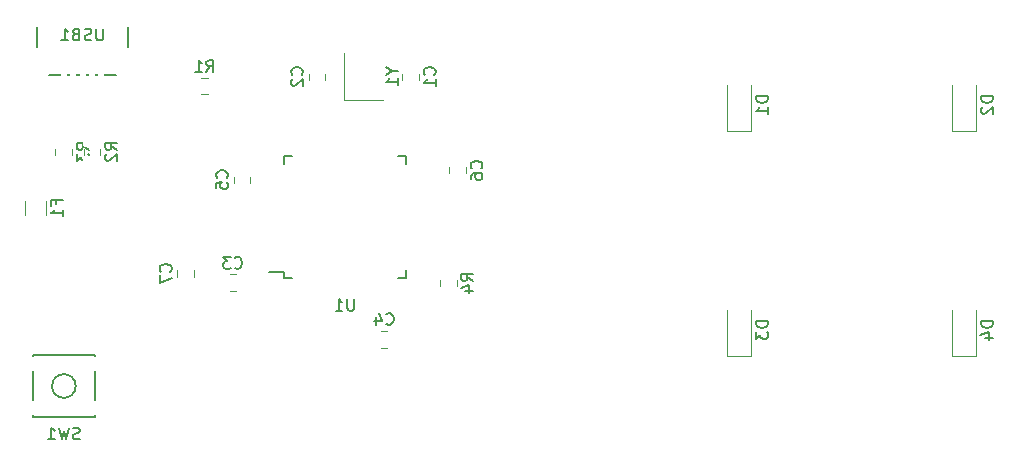
<source format=gbo>
G04 #@! TF.GenerationSoftware,KiCad,Pcbnew,(5.1.4)-1*
G04 #@! TF.CreationDate,2023-09-10T14:26:21-07:00*
G04 #@! TF.ProjectId,KeyboardPCBProj,4b657962-6f61-4726-9450-434250726f6a,rev?*
G04 #@! TF.SameCoordinates,Original*
G04 #@! TF.FileFunction,Legend,Bot*
G04 #@! TF.FilePolarity,Positive*
%FSLAX46Y46*%
G04 Gerber Fmt 4.6, Leading zero omitted, Abs format (unit mm)*
G04 Created by KiCad (PCBNEW (5.1.4)-1) date 2023-09-10 14:26:21*
%MOMM*%
%LPD*%
G04 APERTURE LIST*
%ADD10C,0.120000*%
%ADD11C,0.150000*%
%ADD12R,1.302000X1.502000*%
%ADD13R,0.602000X2.352000*%
%ADD14O,1.802000X2.802000*%
%ADD15R,0.652000X1.602000*%
%ADD16R,1.602000X0.652000*%
%ADD17R,1.902000X1.202000*%
%ADD18C,0.100000*%
%ADD19C,1.077000*%
%ADD20C,1.852000*%
%ADD21C,2.352000*%
%ADD22C,4.089800*%
%ADD23C,2.352000*%
%ADD24C,1.352000*%
%ADD25R,1.302000X1.002000*%
G04 APERTURE END LIST*
D10*
X111062500Y-29781250D02*
X111062500Y-25781250D01*
X114362500Y-29781250D02*
X111062500Y-29781250D01*
D11*
X85050000Y-27675000D02*
X92750000Y-27675000D01*
X92750000Y-22225000D02*
X92750000Y-27675000D01*
X85050000Y-22225000D02*
X85050000Y-27675000D01*
X105950000Y-44287500D02*
X104675000Y-44287500D01*
X116300000Y-44862500D02*
X115625000Y-44862500D01*
X116300000Y-34512500D02*
X115625000Y-34512500D01*
X105950000Y-34512500D02*
X106625000Y-34512500D01*
X105950000Y-44862500D02*
X106625000Y-44862500D01*
X105950000Y-34512500D02*
X105950000Y-35187500D01*
X116300000Y-34512500D02*
X116300000Y-35187500D01*
X116300000Y-44862500D02*
X116300000Y-44187500D01*
X105950000Y-44862500D02*
X105950000Y-44287500D01*
X89912500Y-51375000D02*
X84712500Y-51375000D01*
X84712500Y-51375000D02*
X84712500Y-56575000D01*
X84712500Y-56575000D02*
X89912500Y-56575000D01*
X89912500Y-56575000D02*
X89912500Y-51375000D01*
X88312500Y-53975000D02*
G75*
G03X88312500Y-53975000I-1000000J0D01*
G01*
D10*
X119146250Y-45502328D02*
X119146250Y-44985172D01*
X120566250Y-45502328D02*
X120566250Y-44985172D01*
X86602500Y-34389828D02*
X86602500Y-33872672D01*
X88022500Y-34389828D02*
X88022500Y-33872672D01*
X88983750Y-34389828D02*
X88983750Y-33872672D01*
X90403750Y-34389828D02*
X90403750Y-33872672D01*
X99477328Y-29285000D02*
X98960172Y-29285000D01*
X99477328Y-27865000D02*
X98960172Y-27865000D01*
X84021250Y-39495814D02*
X84021250Y-38291686D01*
X85841250Y-39495814D02*
X85841250Y-38291686D01*
X164512500Y-51462500D02*
X164512500Y-47562500D01*
X162512500Y-51462500D02*
X162512500Y-47562500D01*
X164512500Y-51462500D02*
X162512500Y-51462500D01*
X145462500Y-51462500D02*
X145462500Y-47562500D01*
X143462500Y-51462500D02*
X143462500Y-47562500D01*
X145462500Y-51462500D02*
X143462500Y-51462500D01*
X164512500Y-32412500D02*
X164512500Y-28512500D01*
X162512500Y-32412500D02*
X162512500Y-28512500D01*
X164512500Y-32412500D02*
X162512500Y-32412500D01*
X145462500Y-32412500D02*
X145462500Y-28512500D01*
X143462500Y-32412500D02*
X143462500Y-28512500D01*
X145462500Y-32412500D02*
X143462500Y-32412500D01*
X98341250Y-44191422D02*
X98341250Y-44708578D01*
X96921250Y-44191422D02*
X96921250Y-44708578D01*
X119940000Y-35977328D02*
X119940000Y-35460172D01*
X121360000Y-35977328D02*
X121360000Y-35460172D01*
X103103750Y-36253922D02*
X103103750Y-36771078D01*
X101683750Y-36253922D02*
X101683750Y-36771078D01*
X114702328Y-50716250D02*
X114185172Y-50716250D01*
X114702328Y-49296250D02*
X114185172Y-49296250D01*
X101858578Y-45953750D02*
X101341422Y-45953750D01*
X101858578Y-44533750D02*
X101341422Y-44533750D01*
X109453750Y-27522672D02*
X109453750Y-28039828D01*
X108033750Y-27522672D02*
X108033750Y-28039828D01*
X115971250Y-28039828D02*
X115971250Y-27522672D01*
X117391250Y-28039828D02*
X117391250Y-27522672D01*
D11*
X115138690Y-27305059D02*
X115614880Y-27305059D01*
X114614880Y-26971726D02*
X115138690Y-27305059D01*
X114614880Y-27638392D01*
X115614880Y-28495535D02*
X115614880Y-27924107D01*
X115614880Y-28209821D02*
X114614880Y-28209821D01*
X114757738Y-28114583D01*
X114852976Y-28019345D01*
X114900595Y-27924107D01*
X90638095Y-23709380D02*
X90638095Y-24518904D01*
X90590476Y-24614142D01*
X90542857Y-24661761D01*
X90447619Y-24709380D01*
X90257142Y-24709380D01*
X90161904Y-24661761D01*
X90114285Y-24614142D01*
X90066666Y-24518904D01*
X90066666Y-23709380D01*
X89638095Y-24661761D02*
X89495238Y-24709380D01*
X89257142Y-24709380D01*
X89161904Y-24661761D01*
X89114285Y-24614142D01*
X89066666Y-24518904D01*
X89066666Y-24423666D01*
X89114285Y-24328428D01*
X89161904Y-24280809D01*
X89257142Y-24233190D01*
X89447619Y-24185571D01*
X89542857Y-24137952D01*
X89590476Y-24090333D01*
X89638095Y-23995095D01*
X89638095Y-23899857D01*
X89590476Y-23804619D01*
X89542857Y-23757000D01*
X89447619Y-23709380D01*
X89209523Y-23709380D01*
X89066666Y-23757000D01*
X88304761Y-24185571D02*
X88161904Y-24233190D01*
X88114285Y-24280809D01*
X88066666Y-24376047D01*
X88066666Y-24518904D01*
X88114285Y-24614142D01*
X88161904Y-24661761D01*
X88257142Y-24709380D01*
X88638095Y-24709380D01*
X88638095Y-23709380D01*
X88304761Y-23709380D01*
X88209523Y-23757000D01*
X88161904Y-23804619D01*
X88114285Y-23899857D01*
X88114285Y-23995095D01*
X88161904Y-24090333D01*
X88209523Y-24137952D01*
X88304761Y-24185571D01*
X88638095Y-24185571D01*
X87114285Y-24709380D02*
X87685714Y-24709380D01*
X87400000Y-24709380D02*
X87400000Y-23709380D01*
X87495238Y-23852238D01*
X87590476Y-23947476D01*
X87685714Y-23995095D01*
X111886904Y-46589880D02*
X111886904Y-47399404D01*
X111839285Y-47494642D01*
X111791666Y-47542261D01*
X111696428Y-47589880D01*
X111505952Y-47589880D01*
X111410714Y-47542261D01*
X111363095Y-47494642D01*
X111315476Y-47399404D01*
X111315476Y-46589880D01*
X110315476Y-47589880D02*
X110886904Y-47589880D01*
X110601190Y-47589880D02*
X110601190Y-46589880D01*
X110696428Y-46732738D01*
X110791666Y-46827976D01*
X110886904Y-46875595D01*
X88645833Y-58443761D02*
X88502976Y-58491380D01*
X88264880Y-58491380D01*
X88169642Y-58443761D01*
X88122023Y-58396142D01*
X88074404Y-58300904D01*
X88074404Y-58205666D01*
X88122023Y-58110428D01*
X88169642Y-58062809D01*
X88264880Y-58015190D01*
X88455357Y-57967571D01*
X88550595Y-57919952D01*
X88598214Y-57872333D01*
X88645833Y-57777095D01*
X88645833Y-57681857D01*
X88598214Y-57586619D01*
X88550595Y-57539000D01*
X88455357Y-57491380D01*
X88217261Y-57491380D01*
X88074404Y-57539000D01*
X87741071Y-57491380D02*
X87502976Y-58491380D01*
X87312500Y-57777095D01*
X87122023Y-58491380D01*
X86883928Y-57491380D01*
X85979166Y-58491380D02*
X86550595Y-58491380D01*
X86264880Y-58491380D02*
X86264880Y-57491380D01*
X86360119Y-57634238D01*
X86455357Y-57729476D01*
X86550595Y-57777095D01*
X121958630Y-45077083D02*
X121482440Y-44743750D01*
X121958630Y-44505654D02*
X120958630Y-44505654D01*
X120958630Y-44886607D01*
X121006250Y-44981845D01*
X121053869Y-45029464D01*
X121149107Y-45077083D01*
X121291964Y-45077083D01*
X121387202Y-45029464D01*
X121434821Y-44981845D01*
X121482440Y-44886607D01*
X121482440Y-44505654D01*
X121291964Y-45934226D02*
X121958630Y-45934226D01*
X120911011Y-45696130D02*
X121625297Y-45458035D01*
X121625297Y-46077083D01*
X89414880Y-33964583D02*
X88938690Y-33631250D01*
X89414880Y-33393154D02*
X88414880Y-33393154D01*
X88414880Y-33774107D01*
X88462500Y-33869345D01*
X88510119Y-33916964D01*
X88605357Y-33964583D01*
X88748214Y-33964583D01*
X88843452Y-33916964D01*
X88891071Y-33869345D01*
X88938690Y-33774107D01*
X88938690Y-33393154D01*
X88414880Y-34297916D02*
X88414880Y-34916964D01*
X88795833Y-34583630D01*
X88795833Y-34726488D01*
X88843452Y-34821726D01*
X88891071Y-34869345D01*
X88986309Y-34916964D01*
X89224404Y-34916964D01*
X89319642Y-34869345D01*
X89367261Y-34821726D01*
X89414880Y-34726488D01*
X89414880Y-34440773D01*
X89367261Y-34345535D01*
X89319642Y-34297916D01*
X91796130Y-33964583D02*
X91319940Y-33631250D01*
X91796130Y-33393154D02*
X90796130Y-33393154D01*
X90796130Y-33774107D01*
X90843750Y-33869345D01*
X90891369Y-33916964D01*
X90986607Y-33964583D01*
X91129464Y-33964583D01*
X91224702Y-33916964D01*
X91272321Y-33869345D01*
X91319940Y-33774107D01*
X91319940Y-33393154D01*
X90891369Y-34345535D02*
X90843750Y-34393154D01*
X90796130Y-34488392D01*
X90796130Y-34726488D01*
X90843750Y-34821726D01*
X90891369Y-34869345D01*
X90986607Y-34916964D01*
X91081845Y-34916964D01*
X91224702Y-34869345D01*
X91796130Y-34297916D01*
X91796130Y-34916964D01*
X99385416Y-27377380D02*
X99718750Y-26901190D01*
X99956845Y-27377380D02*
X99956845Y-26377380D01*
X99575892Y-26377380D01*
X99480654Y-26425000D01*
X99433035Y-26472619D01*
X99385416Y-26567857D01*
X99385416Y-26710714D01*
X99433035Y-26805952D01*
X99480654Y-26853571D01*
X99575892Y-26901190D01*
X99956845Y-26901190D01*
X98433035Y-27377380D02*
X99004464Y-27377380D01*
X98718750Y-27377380D02*
X98718750Y-26377380D01*
X98813988Y-26520238D01*
X98909226Y-26615476D01*
X99004464Y-26663095D01*
X86679821Y-38560416D02*
X86679821Y-38227083D01*
X87203630Y-38227083D02*
X86203630Y-38227083D01*
X86203630Y-38703273D01*
X87203630Y-39608035D02*
X87203630Y-39036607D01*
X87203630Y-39322321D02*
X86203630Y-39322321D01*
X86346488Y-39227083D01*
X86441726Y-39131845D01*
X86489345Y-39036607D01*
X165964880Y-48474404D02*
X164964880Y-48474404D01*
X164964880Y-48712500D01*
X165012500Y-48855357D01*
X165107738Y-48950595D01*
X165202976Y-48998214D01*
X165393452Y-49045833D01*
X165536309Y-49045833D01*
X165726785Y-48998214D01*
X165822023Y-48950595D01*
X165917261Y-48855357D01*
X165964880Y-48712500D01*
X165964880Y-48474404D01*
X165298214Y-49902976D02*
X165964880Y-49902976D01*
X164917261Y-49664880D02*
X165631547Y-49426785D01*
X165631547Y-50045833D01*
X146914880Y-48474404D02*
X145914880Y-48474404D01*
X145914880Y-48712500D01*
X145962500Y-48855357D01*
X146057738Y-48950595D01*
X146152976Y-48998214D01*
X146343452Y-49045833D01*
X146486309Y-49045833D01*
X146676785Y-48998214D01*
X146772023Y-48950595D01*
X146867261Y-48855357D01*
X146914880Y-48712500D01*
X146914880Y-48474404D01*
X145914880Y-49379166D02*
X145914880Y-49998214D01*
X146295833Y-49664880D01*
X146295833Y-49807738D01*
X146343452Y-49902976D01*
X146391071Y-49950595D01*
X146486309Y-49998214D01*
X146724404Y-49998214D01*
X146819642Y-49950595D01*
X146867261Y-49902976D01*
X146914880Y-49807738D01*
X146914880Y-49522023D01*
X146867261Y-49426785D01*
X146819642Y-49379166D01*
X165964880Y-29424404D02*
X164964880Y-29424404D01*
X164964880Y-29662500D01*
X165012500Y-29805357D01*
X165107738Y-29900595D01*
X165202976Y-29948214D01*
X165393452Y-29995833D01*
X165536309Y-29995833D01*
X165726785Y-29948214D01*
X165822023Y-29900595D01*
X165917261Y-29805357D01*
X165964880Y-29662500D01*
X165964880Y-29424404D01*
X165060119Y-30376785D02*
X165012500Y-30424404D01*
X164964880Y-30519642D01*
X164964880Y-30757738D01*
X165012500Y-30852976D01*
X165060119Y-30900595D01*
X165155357Y-30948214D01*
X165250595Y-30948214D01*
X165393452Y-30900595D01*
X165964880Y-30329166D01*
X165964880Y-30948214D01*
X146914880Y-29424404D02*
X145914880Y-29424404D01*
X145914880Y-29662500D01*
X145962500Y-29805357D01*
X146057738Y-29900595D01*
X146152976Y-29948214D01*
X146343452Y-29995833D01*
X146486309Y-29995833D01*
X146676785Y-29948214D01*
X146772023Y-29900595D01*
X146867261Y-29805357D01*
X146914880Y-29662500D01*
X146914880Y-29424404D01*
X146914880Y-30948214D02*
X146914880Y-30376785D01*
X146914880Y-30662500D02*
X145914880Y-30662500D01*
X146057738Y-30567261D01*
X146152976Y-30472023D01*
X146200595Y-30376785D01*
X96338392Y-44283333D02*
X96386011Y-44235714D01*
X96433630Y-44092857D01*
X96433630Y-43997619D01*
X96386011Y-43854761D01*
X96290773Y-43759523D01*
X96195535Y-43711904D01*
X96005059Y-43664285D01*
X95862202Y-43664285D01*
X95671726Y-43711904D01*
X95576488Y-43759523D01*
X95481250Y-43854761D01*
X95433630Y-43997619D01*
X95433630Y-44092857D01*
X95481250Y-44235714D01*
X95528869Y-44283333D01*
X95433630Y-44616666D02*
X95433630Y-45283333D01*
X96433630Y-44854761D01*
X122657142Y-35552083D02*
X122704761Y-35504464D01*
X122752380Y-35361607D01*
X122752380Y-35266369D01*
X122704761Y-35123511D01*
X122609523Y-35028273D01*
X122514285Y-34980654D01*
X122323809Y-34933035D01*
X122180952Y-34933035D01*
X121990476Y-34980654D01*
X121895238Y-35028273D01*
X121800000Y-35123511D01*
X121752380Y-35266369D01*
X121752380Y-35361607D01*
X121800000Y-35504464D01*
X121847619Y-35552083D01*
X121752380Y-36409226D02*
X121752380Y-36218750D01*
X121800000Y-36123511D01*
X121847619Y-36075892D01*
X121990476Y-35980654D01*
X122180952Y-35933035D01*
X122561904Y-35933035D01*
X122657142Y-35980654D01*
X122704761Y-36028273D01*
X122752380Y-36123511D01*
X122752380Y-36313988D01*
X122704761Y-36409226D01*
X122657142Y-36456845D01*
X122561904Y-36504464D01*
X122323809Y-36504464D01*
X122228571Y-36456845D01*
X122180952Y-36409226D01*
X122133333Y-36313988D01*
X122133333Y-36123511D01*
X122180952Y-36028273D01*
X122228571Y-35980654D01*
X122323809Y-35933035D01*
X101100892Y-36345833D02*
X101148511Y-36298214D01*
X101196130Y-36155357D01*
X101196130Y-36060119D01*
X101148511Y-35917261D01*
X101053273Y-35822023D01*
X100958035Y-35774404D01*
X100767559Y-35726785D01*
X100624702Y-35726785D01*
X100434226Y-35774404D01*
X100338988Y-35822023D01*
X100243750Y-35917261D01*
X100196130Y-36060119D01*
X100196130Y-36155357D01*
X100243750Y-36298214D01*
X100291369Y-36345833D01*
X100196130Y-37250595D02*
X100196130Y-36774404D01*
X100672321Y-36726785D01*
X100624702Y-36774404D01*
X100577083Y-36869642D01*
X100577083Y-37107738D01*
X100624702Y-37202976D01*
X100672321Y-37250595D01*
X100767559Y-37298214D01*
X101005654Y-37298214D01*
X101100892Y-37250595D01*
X101148511Y-37202976D01*
X101196130Y-37107738D01*
X101196130Y-36869642D01*
X101148511Y-36774404D01*
X101100892Y-36726785D01*
X114610416Y-48713392D02*
X114658035Y-48761011D01*
X114800892Y-48808630D01*
X114896130Y-48808630D01*
X115038988Y-48761011D01*
X115134226Y-48665773D01*
X115181845Y-48570535D01*
X115229464Y-48380059D01*
X115229464Y-48237202D01*
X115181845Y-48046726D01*
X115134226Y-47951488D01*
X115038988Y-47856250D01*
X114896130Y-47808630D01*
X114800892Y-47808630D01*
X114658035Y-47856250D01*
X114610416Y-47903869D01*
X113753273Y-48141964D02*
X113753273Y-48808630D01*
X113991369Y-47761011D02*
X114229464Y-48475297D01*
X113610416Y-48475297D01*
X101766666Y-43950892D02*
X101814285Y-43998511D01*
X101957142Y-44046130D01*
X102052380Y-44046130D01*
X102195238Y-43998511D01*
X102290476Y-43903273D01*
X102338095Y-43808035D01*
X102385714Y-43617559D01*
X102385714Y-43474702D01*
X102338095Y-43284226D01*
X102290476Y-43188988D01*
X102195238Y-43093750D01*
X102052380Y-43046130D01*
X101957142Y-43046130D01*
X101814285Y-43093750D01*
X101766666Y-43141369D01*
X101433333Y-43046130D02*
X100814285Y-43046130D01*
X101147619Y-43427083D01*
X101004761Y-43427083D01*
X100909523Y-43474702D01*
X100861904Y-43522321D01*
X100814285Y-43617559D01*
X100814285Y-43855654D01*
X100861904Y-43950892D01*
X100909523Y-43998511D01*
X101004761Y-44046130D01*
X101290476Y-44046130D01*
X101385714Y-43998511D01*
X101433333Y-43950892D01*
X107450892Y-27614583D02*
X107498511Y-27566964D01*
X107546130Y-27424107D01*
X107546130Y-27328869D01*
X107498511Y-27186011D01*
X107403273Y-27090773D01*
X107308035Y-27043154D01*
X107117559Y-26995535D01*
X106974702Y-26995535D01*
X106784226Y-27043154D01*
X106688988Y-27090773D01*
X106593750Y-27186011D01*
X106546130Y-27328869D01*
X106546130Y-27424107D01*
X106593750Y-27566964D01*
X106641369Y-27614583D01*
X106641369Y-27995535D02*
X106593750Y-28043154D01*
X106546130Y-28138392D01*
X106546130Y-28376488D01*
X106593750Y-28471726D01*
X106641369Y-28519345D01*
X106736607Y-28566964D01*
X106831845Y-28566964D01*
X106974702Y-28519345D01*
X107546130Y-27947916D01*
X107546130Y-28566964D01*
X118688392Y-27614583D02*
X118736011Y-27566964D01*
X118783630Y-27424107D01*
X118783630Y-27328869D01*
X118736011Y-27186011D01*
X118640773Y-27090773D01*
X118545535Y-27043154D01*
X118355059Y-26995535D01*
X118212202Y-26995535D01*
X118021726Y-27043154D01*
X117926488Y-27090773D01*
X117831250Y-27186011D01*
X117783630Y-27328869D01*
X117783630Y-27424107D01*
X117831250Y-27566964D01*
X117878869Y-27614583D01*
X118783630Y-28566964D02*
X118783630Y-27995535D01*
X118783630Y-28281250D02*
X117783630Y-28281250D01*
X117926488Y-28186011D01*
X118021726Y-28090773D01*
X118069345Y-27995535D01*
%LPC*%
D12*
X113562500Y-28881250D03*
X113562500Y-26681250D03*
X111862500Y-26681250D03*
X111862500Y-28881250D03*
D13*
X90500000Y-26725000D03*
X89700000Y-26725000D03*
X88900000Y-26725000D03*
X88100000Y-26725000D03*
X87300000Y-26725000D03*
D14*
X85250000Y-26725000D03*
X92550000Y-26725000D03*
X92550000Y-22225000D03*
X85250000Y-22225000D03*
D15*
X107125000Y-45387500D03*
X107925000Y-45387500D03*
X108725000Y-45387500D03*
X109525000Y-45387500D03*
X110325000Y-45387500D03*
X111125000Y-45387500D03*
X111925000Y-45387500D03*
X112725000Y-45387500D03*
X113525000Y-45387500D03*
X114325000Y-45387500D03*
X115125000Y-45387500D03*
D16*
X116825000Y-43687500D03*
X116825000Y-42887500D03*
X116825000Y-42087500D03*
X116825000Y-41287500D03*
X116825000Y-40487500D03*
X116825000Y-39687500D03*
X116825000Y-38887500D03*
X116825000Y-38087500D03*
X116825000Y-37287500D03*
X116825000Y-36487500D03*
X116825000Y-35687500D03*
D15*
X115125000Y-33987500D03*
X114325000Y-33987500D03*
X113525000Y-33987500D03*
X112725000Y-33987500D03*
X111925000Y-33987500D03*
X111125000Y-33987500D03*
X110325000Y-33987500D03*
X109525000Y-33987500D03*
X108725000Y-33987500D03*
X107925000Y-33987500D03*
X107125000Y-33987500D03*
D16*
X105425000Y-35687500D03*
X105425000Y-36487500D03*
X105425000Y-37287500D03*
X105425000Y-38087500D03*
X105425000Y-38887500D03*
X105425000Y-39687500D03*
X105425000Y-40487500D03*
X105425000Y-41287500D03*
X105425000Y-42087500D03*
X105425000Y-42887500D03*
X105425000Y-43687500D03*
D17*
X90412500Y-55825000D03*
X84212500Y-52125000D03*
X90412500Y-52125000D03*
X84212500Y-55825000D03*
D18*
G36*
X120364391Y-43769047D02*
G01*
X120390528Y-43772924D01*
X120416159Y-43779344D01*
X120441038Y-43788245D01*
X120464924Y-43799543D01*
X120487587Y-43813127D01*
X120508810Y-43828867D01*
X120528389Y-43846611D01*
X120546133Y-43866190D01*
X120561873Y-43887413D01*
X120575457Y-43910076D01*
X120586755Y-43933962D01*
X120595656Y-43958841D01*
X120602076Y-43984472D01*
X120605953Y-44010609D01*
X120607250Y-44037000D01*
X120607250Y-44575500D01*
X120605953Y-44601891D01*
X120602076Y-44628028D01*
X120595656Y-44653659D01*
X120586755Y-44678538D01*
X120575457Y-44702424D01*
X120561873Y-44725087D01*
X120546133Y-44746310D01*
X120528389Y-44765889D01*
X120508810Y-44783633D01*
X120487587Y-44799373D01*
X120464924Y-44812957D01*
X120441038Y-44824255D01*
X120416159Y-44833156D01*
X120390528Y-44839576D01*
X120364391Y-44843453D01*
X120338000Y-44844750D01*
X119374500Y-44844750D01*
X119348109Y-44843453D01*
X119321972Y-44839576D01*
X119296341Y-44833156D01*
X119271462Y-44824255D01*
X119247576Y-44812957D01*
X119224913Y-44799373D01*
X119203690Y-44783633D01*
X119184111Y-44765889D01*
X119166367Y-44746310D01*
X119150627Y-44725087D01*
X119137043Y-44702424D01*
X119125745Y-44678538D01*
X119116844Y-44653659D01*
X119110424Y-44628028D01*
X119106547Y-44601891D01*
X119105250Y-44575500D01*
X119105250Y-44037000D01*
X119106547Y-44010609D01*
X119110424Y-43984472D01*
X119116844Y-43958841D01*
X119125745Y-43933962D01*
X119137043Y-43910076D01*
X119150627Y-43887413D01*
X119166367Y-43866190D01*
X119184111Y-43846611D01*
X119203690Y-43828867D01*
X119224913Y-43813127D01*
X119247576Y-43799543D01*
X119271462Y-43788245D01*
X119296341Y-43779344D01*
X119321972Y-43772924D01*
X119348109Y-43769047D01*
X119374500Y-43767750D01*
X120338000Y-43767750D01*
X120364391Y-43769047D01*
X120364391Y-43769047D01*
G37*
D19*
X119856250Y-44306250D03*
D18*
G36*
X120364391Y-45644047D02*
G01*
X120390528Y-45647924D01*
X120416159Y-45654344D01*
X120441038Y-45663245D01*
X120464924Y-45674543D01*
X120487587Y-45688127D01*
X120508810Y-45703867D01*
X120528389Y-45721611D01*
X120546133Y-45741190D01*
X120561873Y-45762413D01*
X120575457Y-45785076D01*
X120586755Y-45808962D01*
X120595656Y-45833841D01*
X120602076Y-45859472D01*
X120605953Y-45885609D01*
X120607250Y-45912000D01*
X120607250Y-46450500D01*
X120605953Y-46476891D01*
X120602076Y-46503028D01*
X120595656Y-46528659D01*
X120586755Y-46553538D01*
X120575457Y-46577424D01*
X120561873Y-46600087D01*
X120546133Y-46621310D01*
X120528389Y-46640889D01*
X120508810Y-46658633D01*
X120487587Y-46674373D01*
X120464924Y-46687957D01*
X120441038Y-46699255D01*
X120416159Y-46708156D01*
X120390528Y-46714576D01*
X120364391Y-46718453D01*
X120338000Y-46719750D01*
X119374500Y-46719750D01*
X119348109Y-46718453D01*
X119321972Y-46714576D01*
X119296341Y-46708156D01*
X119271462Y-46699255D01*
X119247576Y-46687957D01*
X119224913Y-46674373D01*
X119203690Y-46658633D01*
X119184111Y-46640889D01*
X119166367Y-46621310D01*
X119150627Y-46600087D01*
X119137043Y-46577424D01*
X119125745Y-46553538D01*
X119116844Y-46528659D01*
X119110424Y-46503028D01*
X119106547Y-46476891D01*
X119105250Y-46450500D01*
X119105250Y-45912000D01*
X119106547Y-45885609D01*
X119110424Y-45859472D01*
X119116844Y-45833841D01*
X119125745Y-45808962D01*
X119137043Y-45785076D01*
X119150627Y-45762413D01*
X119166367Y-45741190D01*
X119184111Y-45721611D01*
X119203690Y-45703867D01*
X119224913Y-45688127D01*
X119247576Y-45674543D01*
X119271462Y-45663245D01*
X119296341Y-45654344D01*
X119321972Y-45647924D01*
X119348109Y-45644047D01*
X119374500Y-45642750D01*
X120338000Y-45642750D01*
X120364391Y-45644047D01*
X120364391Y-45644047D01*
G37*
D19*
X119856250Y-46181250D03*
D18*
G36*
X87820641Y-32656547D02*
G01*
X87846778Y-32660424D01*
X87872409Y-32666844D01*
X87897288Y-32675745D01*
X87921174Y-32687043D01*
X87943837Y-32700627D01*
X87965060Y-32716367D01*
X87984639Y-32734111D01*
X88002383Y-32753690D01*
X88018123Y-32774913D01*
X88031707Y-32797576D01*
X88043005Y-32821462D01*
X88051906Y-32846341D01*
X88058326Y-32871972D01*
X88062203Y-32898109D01*
X88063500Y-32924500D01*
X88063500Y-33463000D01*
X88062203Y-33489391D01*
X88058326Y-33515528D01*
X88051906Y-33541159D01*
X88043005Y-33566038D01*
X88031707Y-33589924D01*
X88018123Y-33612587D01*
X88002383Y-33633810D01*
X87984639Y-33653389D01*
X87965060Y-33671133D01*
X87943837Y-33686873D01*
X87921174Y-33700457D01*
X87897288Y-33711755D01*
X87872409Y-33720656D01*
X87846778Y-33727076D01*
X87820641Y-33730953D01*
X87794250Y-33732250D01*
X86830750Y-33732250D01*
X86804359Y-33730953D01*
X86778222Y-33727076D01*
X86752591Y-33720656D01*
X86727712Y-33711755D01*
X86703826Y-33700457D01*
X86681163Y-33686873D01*
X86659940Y-33671133D01*
X86640361Y-33653389D01*
X86622617Y-33633810D01*
X86606877Y-33612587D01*
X86593293Y-33589924D01*
X86581995Y-33566038D01*
X86573094Y-33541159D01*
X86566674Y-33515528D01*
X86562797Y-33489391D01*
X86561500Y-33463000D01*
X86561500Y-32924500D01*
X86562797Y-32898109D01*
X86566674Y-32871972D01*
X86573094Y-32846341D01*
X86581995Y-32821462D01*
X86593293Y-32797576D01*
X86606877Y-32774913D01*
X86622617Y-32753690D01*
X86640361Y-32734111D01*
X86659940Y-32716367D01*
X86681163Y-32700627D01*
X86703826Y-32687043D01*
X86727712Y-32675745D01*
X86752591Y-32666844D01*
X86778222Y-32660424D01*
X86804359Y-32656547D01*
X86830750Y-32655250D01*
X87794250Y-32655250D01*
X87820641Y-32656547D01*
X87820641Y-32656547D01*
G37*
D19*
X87312500Y-33193750D03*
D18*
G36*
X87820641Y-34531547D02*
G01*
X87846778Y-34535424D01*
X87872409Y-34541844D01*
X87897288Y-34550745D01*
X87921174Y-34562043D01*
X87943837Y-34575627D01*
X87965060Y-34591367D01*
X87984639Y-34609111D01*
X88002383Y-34628690D01*
X88018123Y-34649913D01*
X88031707Y-34672576D01*
X88043005Y-34696462D01*
X88051906Y-34721341D01*
X88058326Y-34746972D01*
X88062203Y-34773109D01*
X88063500Y-34799500D01*
X88063500Y-35338000D01*
X88062203Y-35364391D01*
X88058326Y-35390528D01*
X88051906Y-35416159D01*
X88043005Y-35441038D01*
X88031707Y-35464924D01*
X88018123Y-35487587D01*
X88002383Y-35508810D01*
X87984639Y-35528389D01*
X87965060Y-35546133D01*
X87943837Y-35561873D01*
X87921174Y-35575457D01*
X87897288Y-35586755D01*
X87872409Y-35595656D01*
X87846778Y-35602076D01*
X87820641Y-35605953D01*
X87794250Y-35607250D01*
X86830750Y-35607250D01*
X86804359Y-35605953D01*
X86778222Y-35602076D01*
X86752591Y-35595656D01*
X86727712Y-35586755D01*
X86703826Y-35575457D01*
X86681163Y-35561873D01*
X86659940Y-35546133D01*
X86640361Y-35528389D01*
X86622617Y-35508810D01*
X86606877Y-35487587D01*
X86593293Y-35464924D01*
X86581995Y-35441038D01*
X86573094Y-35416159D01*
X86566674Y-35390528D01*
X86562797Y-35364391D01*
X86561500Y-35338000D01*
X86561500Y-34799500D01*
X86562797Y-34773109D01*
X86566674Y-34746972D01*
X86573094Y-34721341D01*
X86581995Y-34696462D01*
X86593293Y-34672576D01*
X86606877Y-34649913D01*
X86622617Y-34628690D01*
X86640361Y-34609111D01*
X86659940Y-34591367D01*
X86681163Y-34575627D01*
X86703826Y-34562043D01*
X86727712Y-34550745D01*
X86752591Y-34541844D01*
X86778222Y-34535424D01*
X86804359Y-34531547D01*
X86830750Y-34530250D01*
X87794250Y-34530250D01*
X87820641Y-34531547D01*
X87820641Y-34531547D01*
G37*
D19*
X87312500Y-35068750D03*
D18*
G36*
X90201891Y-32656547D02*
G01*
X90228028Y-32660424D01*
X90253659Y-32666844D01*
X90278538Y-32675745D01*
X90302424Y-32687043D01*
X90325087Y-32700627D01*
X90346310Y-32716367D01*
X90365889Y-32734111D01*
X90383633Y-32753690D01*
X90399373Y-32774913D01*
X90412957Y-32797576D01*
X90424255Y-32821462D01*
X90433156Y-32846341D01*
X90439576Y-32871972D01*
X90443453Y-32898109D01*
X90444750Y-32924500D01*
X90444750Y-33463000D01*
X90443453Y-33489391D01*
X90439576Y-33515528D01*
X90433156Y-33541159D01*
X90424255Y-33566038D01*
X90412957Y-33589924D01*
X90399373Y-33612587D01*
X90383633Y-33633810D01*
X90365889Y-33653389D01*
X90346310Y-33671133D01*
X90325087Y-33686873D01*
X90302424Y-33700457D01*
X90278538Y-33711755D01*
X90253659Y-33720656D01*
X90228028Y-33727076D01*
X90201891Y-33730953D01*
X90175500Y-33732250D01*
X89212000Y-33732250D01*
X89185609Y-33730953D01*
X89159472Y-33727076D01*
X89133841Y-33720656D01*
X89108962Y-33711755D01*
X89085076Y-33700457D01*
X89062413Y-33686873D01*
X89041190Y-33671133D01*
X89021611Y-33653389D01*
X89003867Y-33633810D01*
X88988127Y-33612587D01*
X88974543Y-33589924D01*
X88963245Y-33566038D01*
X88954344Y-33541159D01*
X88947924Y-33515528D01*
X88944047Y-33489391D01*
X88942750Y-33463000D01*
X88942750Y-32924500D01*
X88944047Y-32898109D01*
X88947924Y-32871972D01*
X88954344Y-32846341D01*
X88963245Y-32821462D01*
X88974543Y-32797576D01*
X88988127Y-32774913D01*
X89003867Y-32753690D01*
X89021611Y-32734111D01*
X89041190Y-32716367D01*
X89062413Y-32700627D01*
X89085076Y-32687043D01*
X89108962Y-32675745D01*
X89133841Y-32666844D01*
X89159472Y-32660424D01*
X89185609Y-32656547D01*
X89212000Y-32655250D01*
X90175500Y-32655250D01*
X90201891Y-32656547D01*
X90201891Y-32656547D01*
G37*
D19*
X89693750Y-33193750D03*
D18*
G36*
X90201891Y-34531547D02*
G01*
X90228028Y-34535424D01*
X90253659Y-34541844D01*
X90278538Y-34550745D01*
X90302424Y-34562043D01*
X90325087Y-34575627D01*
X90346310Y-34591367D01*
X90365889Y-34609111D01*
X90383633Y-34628690D01*
X90399373Y-34649913D01*
X90412957Y-34672576D01*
X90424255Y-34696462D01*
X90433156Y-34721341D01*
X90439576Y-34746972D01*
X90443453Y-34773109D01*
X90444750Y-34799500D01*
X90444750Y-35338000D01*
X90443453Y-35364391D01*
X90439576Y-35390528D01*
X90433156Y-35416159D01*
X90424255Y-35441038D01*
X90412957Y-35464924D01*
X90399373Y-35487587D01*
X90383633Y-35508810D01*
X90365889Y-35528389D01*
X90346310Y-35546133D01*
X90325087Y-35561873D01*
X90302424Y-35575457D01*
X90278538Y-35586755D01*
X90253659Y-35595656D01*
X90228028Y-35602076D01*
X90201891Y-35605953D01*
X90175500Y-35607250D01*
X89212000Y-35607250D01*
X89185609Y-35605953D01*
X89159472Y-35602076D01*
X89133841Y-35595656D01*
X89108962Y-35586755D01*
X89085076Y-35575457D01*
X89062413Y-35561873D01*
X89041190Y-35546133D01*
X89021611Y-35528389D01*
X89003867Y-35508810D01*
X88988127Y-35487587D01*
X88974543Y-35464924D01*
X88963245Y-35441038D01*
X88954344Y-35416159D01*
X88947924Y-35390528D01*
X88944047Y-35364391D01*
X88942750Y-35338000D01*
X88942750Y-34799500D01*
X88944047Y-34773109D01*
X88947924Y-34746972D01*
X88954344Y-34721341D01*
X88963245Y-34696462D01*
X88974543Y-34672576D01*
X88988127Y-34649913D01*
X89003867Y-34628690D01*
X89021611Y-34609111D01*
X89041190Y-34591367D01*
X89062413Y-34575627D01*
X89085076Y-34562043D01*
X89108962Y-34550745D01*
X89133841Y-34541844D01*
X89159472Y-34535424D01*
X89185609Y-34531547D01*
X89212000Y-34530250D01*
X90175500Y-34530250D01*
X90201891Y-34531547D01*
X90201891Y-34531547D01*
G37*
D19*
X89693750Y-35068750D03*
D18*
G36*
X98576891Y-27825297D02*
G01*
X98603028Y-27829174D01*
X98628659Y-27835594D01*
X98653538Y-27844495D01*
X98677424Y-27855793D01*
X98700087Y-27869377D01*
X98721310Y-27885117D01*
X98740889Y-27902861D01*
X98758633Y-27922440D01*
X98774373Y-27943663D01*
X98787957Y-27966326D01*
X98799255Y-27990212D01*
X98808156Y-28015091D01*
X98814576Y-28040722D01*
X98818453Y-28066859D01*
X98819750Y-28093250D01*
X98819750Y-29056750D01*
X98818453Y-29083141D01*
X98814576Y-29109278D01*
X98808156Y-29134909D01*
X98799255Y-29159788D01*
X98787957Y-29183674D01*
X98774373Y-29206337D01*
X98758633Y-29227560D01*
X98740889Y-29247139D01*
X98721310Y-29264883D01*
X98700087Y-29280623D01*
X98677424Y-29294207D01*
X98653538Y-29305505D01*
X98628659Y-29314406D01*
X98603028Y-29320826D01*
X98576891Y-29324703D01*
X98550500Y-29326000D01*
X98012000Y-29326000D01*
X97985609Y-29324703D01*
X97959472Y-29320826D01*
X97933841Y-29314406D01*
X97908962Y-29305505D01*
X97885076Y-29294207D01*
X97862413Y-29280623D01*
X97841190Y-29264883D01*
X97821611Y-29247139D01*
X97803867Y-29227560D01*
X97788127Y-29206337D01*
X97774543Y-29183674D01*
X97763245Y-29159788D01*
X97754344Y-29134909D01*
X97747924Y-29109278D01*
X97744047Y-29083141D01*
X97742750Y-29056750D01*
X97742750Y-28093250D01*
X97744047Y-28066859D01*
X97747924Y-28040722D01*
X97754344Y-28015091D01*
X97763245Y-27990212D01*
X97774543Y-27966326D01*
X97788127Y-27943663D01*
X97803867Y-27922440D01*
X97821611Y-27902861D01*
X97841190Y-27885117D01*
X97862413Y-27869377D01*
X97885076Y-27855793D01*
X97908962Y-27844495D01*
X97933841Y-27835594D01*
X97959472Y-27829174D01*
X97985609Y-27825297D01*
X98012000Y-27824000D01*
X98550500Y-27824000D01*
X98576891Y-27825297D01*
X98576891Y-27825297D01*
G37*
D19*
X98281250Y-28575000D03*
D18*
G36*
X100451891Y-27825297D02*
G01*
X100478028Y-27829174D01*
X100503659Y-27835594D01*
X100528538Y-27844495D01*
X100552424Y-27855793D01*
X100575087Y-27869377D01*
X100596310Y-27885117D01*
X100615889Y-27902861D01*
X100633633Y-27922440D01*
X100649373Y-27943663D01*
X100662957Y-27966326D01*
X100674255Y-27990212D01*
X100683156Y-28015091D01*
X100689576Y-28040722D01*
X100693453Y-28066859D01*
X100694750Y-28093250D01*
X100694750Y-29056750D01*
X100693453Y-29083141D01*
X100689576Y-29109278D01*
X100683156Y-29134909D01*
X100674255Y-29159788D01*
X100662957Y-29183674D01*
X100649373Y-29206337D01*
X100633633Y-29227560D01*
X100615889Y-29247139D01*
X100596310Y-29264883D01*
X100575087Y-29280623D01*
X100552424Y-29294207D01*
X100528538Y-29305505D01*
X100503659Y-29314406D01*
X100478028Y-29320826D01*
X100451891Y-29324703D01*
X100425500Y-29326000D01*
X99887000Y-29326000D01*
X99860609Y-29324703D01*
X99834472Y-29320826D01*
X99808841Y-29314406D01*
X99783962Y-29305505D01*
X99760076Y-29294207D01*
X99737413Y-29280623D01*
X99716190Y-29264883D01*
X99696611Y-29247139D01*
X99678867Y-29227560D01*
X99663127Y-29206337D01*
X99649543Y-29183674D01*
X99638245Y-29159788D01*
X99629344Y-29134909D01*
X99622924Y-29109278D01*
X99619047Y-29083141D01*
X99617750Y-29056750D01*
X99617750Y-28093250D01*
X99619047Y-28066859D01*
X99622924Y-28040722D01*
X99629344Y-28015091D01*
X99638245Y-27990212D01*
X99649543Y-27966326D01*
X99663127Y-27943663D01*
X99678867Y-27922440D01*
X99696611Y-27902861D01*
X99716190Y-27885117D01*
X99737413Y-27869377D01*
X99760076Y-27855793D01*
X99783962Y-27844495D01*
X99808841Y-27835594D01*
X99834472Y-27829174D01*
X99860609Y-27825297D01*
X99887000Y-27824000D01*
X100425500Y-27824000D01*
X100451891Y-27825297D01*
X100451891Y-27825297D01*
G37*
D19*
X100156250Y-28575000D03*
D20*
X160655000Y-49212500D03*
X150495000Y-49212500D03*
D21*
X153075000Y-45212500D03*
D22*
X155575000Y-49212500D03*
D21*
X152420001Y-45942500D03*
D23*
X151765000Y-46672500D02*
X153075002Y-45212500D01*
D21*
X158115000Y-44132500D03*
X158095000Y-44422500D03*
D23*
X158075000Y-44712500D02*
X158115000Y-44132500D01*
D20*
X141605000Y-49212500D03*
X131445000Y-49212500D03*
D21*
X134025000Y-45212500D03*
D22*
X136525000Y-49212500D03*
D21*
X133370001Y-45942500D03*
D23*
X132715000Y-46672500D02*
X134025002Y-45212500D01*
D21*
X139065000Y-44132500D03*
X139045000Y-44422500D03*
D23*
X139025000Y-44712500D02*
X139065000Y-44132500D01*
D20*
X160655000Y-30162500D03*
X150495000Y-30162500D03*
D21*
X153075000Y-26162500D03*
D22*
X155575000Y-30162500D03*
D21*
X152420001Y-26892500D03*
D23*
X151765000Y-27622500D02*
X153075002Y-26162500D01*
D21*
X158115000Y-25082500D03*
X158095000Y-25372500D03*
D23*
X158075000Y-25662500D02*
X158115000Y-25082500D01*
D20*
X141605000Y-30162500D03*
X131445000Y-30162500D03*
D21*
X134025000Y-26162500D03*
D22*
X136525000Y-30162500D03*
D21*
X133370001Y-26892500D03*
D23*
X132715000Y-27622500D02*
X134025002Y-26162500D01*
D21*
X139065000Y-25082500D03*
X139045000Y-25372500D03*
D23*
X139025000Y-25662500D02*
X139065000Y-25082500D01*
D18*
G36*
X85613354Y-36819052D02*
G01*
X85639602Y-36822946D01*
X85665343Y-36829393D01*
X85690328Y-36838333D01*
X85714316Y-36849678D01*
X85737076Y-36863321D01*
X85758390Y-36879128D01*
X85778052Y-36896948D01*
X85795872Y-36916610D01*
X85811679Y-36937924D01*
X85825322Y-36960684D01*
X85836667Y-36984672D01*
X85845607Y-37009657D01*
X85852054Y-37035398D01*
X85855948Y-37061646D01*
X85857250Y-37088150D01*
X85857250Y-37899350D01*
X85855948Y-37925854D01*
X85852054Y-37952102D01*
X85845607Y-37977843D01*
X85836667Y-38002828D01*
X85825322Y-38026816D01*
X85811679Y-38049576D01*
X85795872Y-38070890D01*
X85778052Y-38090552D01*
X85758390Y-38108372D01*
X85737076Y-38124179D01*
X85714316Y-38137822D01*
X85690328Y-38149167D01*
X85665343Y-38158107D01*
X85639602Y-38164554D01*
X85613354Y-38168448D01*
X85586850Y-38169750D01*
X84275650Y-38169750D01*
X84249146Y-38168448D01*
X84222898Y-38164554D01*
X84197157Y-38158107D01*
X84172172Y-38149167D01*
X84148184Y-38137822D01*
X84125424Y-38124179D01*
X84104110Y-38108372D01*
X84084448Y-38090552D01*
X84066628Y-38070890D01*
X84050821Y-38049576D01*
X84037178Y-38026816D01*
X84025833Y-38002828D01*
X84016893Y-37977843D01*
X84010446Y-37952102D01*
X84006552Y-37925854D01*
X84005250Y-37899350D01*
X84005250Y-37088150D01*
X84006552Y-37061646D01*
X84010446Y-37035398D01*
X84016893Y-37009657D01*
X84025833Y-36984672D01*
X84037178Y-36960684D01*
X84050821Y-36937924D01*
X84066628Y-36916610D01*
X84084448Y-36896948D01*
X84104110Y-36879128D01*
X84125424Y-36863321D01*
X84148184Y-36849678D01*
X84172172Y-36838333D01*
X84197157Y-36829393D01*
X84222898Y-36822946D01*
X84249146Y-36819052D01*
X84275650Y-36817750D01*
X85586850Y-36817750D01*
X85613354Y-36819052D01*
X85613354Y-36819052D01*
G37*
D24*
X84931250Y-37493750D03*
D18*
G36*
X85613354Y-39619052D02*
G01*
X85639602Y-39622946D01*
X85665343Y-39629393D01*
X85690328Y-39638333D01*
X85714316Y-39649678D01*
X85737076Y-39663321D01*
X85758390Y-39679128D01*
X85778052Y-39696948D01*
X85795872Y-39716610D01*
X85811679Y-39737924D01*
X85825322Y-39760684D01*
X85836667Y-39784672D01*
X85845607Y-39809657D01*
X85852054Y-39835398D01*
X85855948Y-39861646D01*
X85857250Y-39888150D01*
X85857250Y-40699350D01*
X85855948Y-40725854D01*
X85852054Y-40752102D01*
X85845607Y-40777843D01*
X85836667Y-40802828D01*
X85825322Y-40826816D01*
X85811679Y-40849576D01*
X85795872Y-40870890D01*
X85778052Y-40890552D01*
X85758390Y-40908372D01*
X85737076Y-40924179D01*
X85714316Y-40937822D01*
X85690328Y-40949167D01*
X85665343Y-40958107D01*
X85639602Y-40964554D01*
X85613354Y-40968448D01*
X85586850Y-40969750D01*
X84275650Y-40969750D01*
X84249146Y-40968448D01*
X84222898Y-40964554D01*
X84197157Y-40958107D01*
X84172172Y-40949167D01*
X84148184Y-40937822D01*
X84125424Y-40924179D01*
X84104110Y-40908372D01*
X84084448Y-40890552D01*
X84066628Y-40870890D01*
X84050821Y-40849576D01*
X84037178Y-40826816D01*
X84025833Y-40802828D01*
X84016893Y-40777843D01*
X84010446Y-40752102D01*
X84006552Y-40725854D01*
X84005250Y-40699350D01*
X84005250Y-39888150D01*
X84006552Y-39861646D01*
X84010446Y-39835398D01*
X84016893Y-39809657D01*
X84025833Y-39784672D01*
X84037178Y-39760684D01*
X84050821Y-39737924D01*
X84066628Y-39716610D01*
X84084448Y-39696948D01*
X84104110Y-39679128D01*
X84125424Y-39663321D01*
X84148184Y-39649678D01*
X84172172Y-39638333D01*
X84197157Y-39629393D01*
X84222898Y-39622946D01*
X84249146Y-39619052D01*
X84275650Y-39617750D01*
X85586850Y-39617750D01*
X85613354Y-39619052D01*
X85613354Y-39619052D01*
G37*
D24*
X84931250Y-40293750D03*
D25*
X163512500Y-47562500D03*
X163512500Y-50862500D03*
X144462500Y-47562500D03*
X144462500Y-50862500D03*
X163512500Y-28512500D03*
X163512500Y-31812500D03*
X144462500Y-28512500D03*
X144462500Y-31812500D03*
D18*
G36*
X98139391Y-44850297D02*
G01*
X98165528Y-44854174D01*
X98191159Y-44860594D01*
X98216038Y-44869495D01*
X98239924Y-44880793D01*
X98262587Y-44894377D01*
X98283810Y-44910117D01*
X98303389Y-44927861D01*
X98321133Y-44947440D01*
X98336873Y-44968663D01*
X98350457Y-44991326D01*
X98361755Y-45015212D01*
X98370656Y-45040091D01*
X98377076Y-45065722D01*
X98380953Y-45091859D01*
X98382250Y-45118250D01*
X98382250Y-45656750D01*
X98380953Y-45683141D01*
X98377076Y-45709278D01*
X98370656Y-45734909D01*
X98361755Y-45759788D01*
X98350457Y-45783674D01*
X98336873Y-45806337D01*
X98321133Y-45827560D01*
X98303389Y-45847139D01*
X98283810Y-45864883D01*
X98262587Y-45880623D01*
X98239924Y-45894207D01*
X98216038Y-45905505D01*
X98191159Y-45914406D01*
X98165528Y-45920826D01*
X98139391Y-45924703D01*
X98113000Y-45926000D01*
X97149500Y-45926000D01*
X97123109Y-45924703D01*
X97096972Y-45920826D01*
X97071341Y-45914406D01*
X97046462Y-45905505D01*
X97022576Y-45894207D01*
X96999913Y-45880623D01*
X96978690Y-45864883D01*
X96959111Y-45847139D01*
X96941367Y-45827560D01*
X96925627Y-45806337D01*
X96912043Y-45783674D01*
X96900745Y-45759788D01*
X96891844Y-45734909D01*
X96885424Y-45709278D01*
X96881547Y-45683141D01*
X96880250Y-45656750D01*
X96880250Y-45118250D01*
X96881547Y-45091859D01*
X96885424Y-45065722D01*
X96891844Y-45040091D01*
X96900745Y-45015212D01*
X96912043Y-44991326D01*
X96925627Y-44968663D01*
X96941367Y-44947440D01*
X96959111Y-44927861D01*
X96978690Y-44910117D01*
X96999913Y-44894377D01*
X97022576Y-44880793D01*
X97046462Y-44869495D01*
X97071341Y-44860594D01*
X97096972Y-44854174D01*
X97123109Y-44850297D01*
X97149500Y-44849000D01*
X98113000Y-44849000D01*
X98139391Y-44850297D01*
X98139391Y-44850297D01*
G37*
D19*
X97631250Y-45387500D03*
D18*
G36*
X98139391Y-42975297D02*
G01*
X98165528Y-42979174D01*
X98191159Y-42985594D01*
X98216038Y-42994495D01*
X98239924Y-43005793D01*
X98262587Y-43019377D01*
X98283810Y-43035117D01*
X98303389Y-43052861D01*
X98321133Y-43072440D01*
X98336873Y-43093663D01*
X98350457Y-43116326D01*
X98361755Y-43140212D01*
X98370656Y-43165091D01*
X98377076Y-43190722D01*
X98380953Y-43216859D01*
X98382250Y-43243250D01*
X98382250Y-43781750D01*
X98380953Y-43808141D01*
X98377076Y-43834278D01*
X98370656Y-43859909D01*
X98361755Y-43884788D01*
X98350457Y-43908674D01*
X98336873Y-43931337D01*
X98321133Y-43952560D01*
X98303389Y-43972139D01*
X98283810Y-43989883D01*
X98262587Y-44005623D01*
X98239924Y-44019207D01*
X98216038Y-44030505D01*
X98191159Y-44039406D01*
X98165528Y-44045826D01*
X98139391Y-44049703D01*
X98113000Y-44051000D01*
X97149500Y-44051000D01*
X97123109Y-44049703D01*
X97096972Y-44045826D01*
X97071341Y-44039406D01*
X97046462Y-44030505D01*
X97022576Y-44019207D01*
X96999913Y-44005623D01*
X96978690Y-43989883D01*
X96959111Y-43972139D01*
X96941367Y-43952560D01*
X96925627Y-43931337D01*
X96912043Y-43908674D01*
X96900745Y-43884788D01*
X96891844Y-43859909D01*
X96885424Y-43834278D01*
X96881547Y-43808141D01*
X96880250Y-43781750D01*
X96880250Y-43243250D01*
X96881547Y-43216859D01*
X96885424Y-43190722D01*
X96891844Y-43165091D01*
X96900745Y-43140212D01*
X96912043Y-43116326D01*
X96925627Y-43093663D01*
X96941367Y-43072440D01*
X96959111Y-43052861D01*
X96978690Y-43035117D01*
X96999913Y-43019377D01*
X97022576Y-43005793D01*
X97046462Y-42994495D01*
X97071341Y-42985594D01*
X97096972Y-42979174D01*
X97123109Y-42975297D01*
X97149500Y-42974000D01*
X98113000Y-42974000D01*
X98139391Y-42975297D01*
X98139391Y-42975297D01*
G37*
D19*
X97631250Y-43512500D03*
D18*
G36*
X121158141Y-34244047D02*
G01*
X121184278Y-34247924D01*
X121209909Y-34254344D01*
X121234788Y-34263245D01*
X121258674Y-34274543D01*
X121281337Y-34288127D01*
X121302560Y-34303867D01*
X121322139Y-34321611D01*
X121339883Y-34341190D01*
X121355623Y-34362413D01*
X121369207Y-34385076D01*
X121380505Y-34408962D01*
X121389406Y-34433841D01*
X121395826Y-34459472D01*
X121399703Y-34485609D01*
X121401000Y-34512000D01*
X121401000Y-35050500D01*
X121399703Y-35076891D01*
X121395826Y-35103028D01*
X121389406Y-35128659D01*
X121380505Y-35153538D01*
X121369207Y-35177424D01*
X121355623Y-35200087D01*
X121339883Y-35221310D01*
X121322139Y-35240889D01*
X121302560Y-35258633D01*
X121281337Y-35274373D01*
X121258674Y-35287957D01*
X121234788Y-35299255D01*
X121209909Y-35308156D01*
X121184278Y-35314576D01*
X121158141Y-35318453D01*
X121131750Y-35319750D01*
X120168250Y-35319750D01*
X120141859Y-35318453D01*
X120115722Y-35314576D01*
X120090091Y-35308156D01*
X120065212Y-35299255D01*
X120041326Y-35287957D01*
X120018663Y-35274373D01*
X119997440Y-35258633D01*
X119977861Y-35240889D01*
X119960117Y-35221310D01*
X119944377Y-35200087D01*
X119930793Y-35177424D01*
X119919495Y-35153538D01*
X119910594Y-35128659D01*
X119904174Y-35103028D01*
X119900297Y-35076891D01*
X119899000Y-35050500D01*
X119899000Y-34512000D01*
X119900297Y-34485609D01*
X119904174Y-34459472D01*
X119910594Y-34433841D01*
X119919495Y-34408962D01*
X119930793Y-34385076D01*
X119944377Y-34362413D01*
X119960117Y-34341190D01*
X119977861Y-34321611D01*
X119997440Y-34303867D01*
X120018663Y-34288127D01*
X120041326Y-34274543D01*
X120065212Y-34263245D01*
X120090091Y-34254344D01*
X120115722Y-34247924D01*
X120141859Y-34244047D01*
X120168250Y-34242750D01*
X121131750Y-34242750D01*
X121158141Y-34244047D01*
X121158141Y-34244047D01*
G37*
D19*
X120650000Y-34781250D03*
D18*
G36*
X121158141Y-36119047D02*
G01*
X121184278Y-36122924D01*
X121209909Y-36129344D01*
X121234788Y-36138245D01*
X121258674Y-36149543D01*
X121281337Y-36163127D01*
X121302560Y-36178867D01*
X121322139Y-36196611D01*
X121339883Y-36216190D01*
X121355623Y-36237413D01*
X121369207Y-36260076D01*
X121380505Y-36283962D01*
X121389406Y-36308841D01*
X121395826Y-36334472D01*
X121399703Y-36360609D01*
X121401000Y-36387000D01*
X121401000Y-36925500D01*
X121399703Y-36951891D01*
X121395826Y-36978028D01*
X121389406Y-37003659D01*
X121380505Y-37028538D01*
X121369207Y-37052424D01*
X121355623Y-37075087D01*
X121339883Y-37096310D01*
X121322139Y-37115889D01*
X121302560Y-37133633D01*
X121281337Y-37149373D01*
X121258674Y-37162957D01*
X121234788Y-37174255D01*
X121209909Y-37183156D01*
X121184278Y-37189576D01*
X121158141Y-37193453D01*
X121131750Y-37194750D01*
X120168250Y-37194750D01*
X120141859Y-37193453D01*
X120115722Y-37189576D01*
X120090091Y-37183156D01*
X120065212Y-37174255D01*
X120041326Y-37162957D01*
X120018663Y-37149373D01*
X119997440Y-37133633D01*
X119977861Y-37115889D01*
X119960117Y-37096310D01*
X119944377Y-37075087D01*
X119930793Y-37052424D01*
X119919495Y-37028538D01*
X119910594Y-37003659D01*
X119904174Y-36978028D01*
X119900297Y-36951891D01*
X119899000Y-36925500D01*
X119899000Y-36387000D01*
X119900297Y-36360609D01*
X119904174Y-36334472D01*
X119910594Y-36308841D01*
X119919495Y-36283962D01*
X119930793Y-36260076D01*
X119944377Y-36237413D01*
X119960117Y-36216190D01*
X119977861Y-36196611D01*
X119997440Y-36178867D01*
X120018663Y-36163127D01*
X120041326Y-36149543D01*
X120065212Y-36138245D01*
X120090091Y-36129344D01*
X120115722Y-36122924D01*
X120141859Y-36119047D01*
X120168250Y-36117750D01*
X121131750Y-36117750D01*
X121158141Y-36119047D01*
X121158141Y-36119047D01*
G37*
D19*
X120650000Y-36656250D03*
D18*
G36*
X102901891Y-36912797D02*
G01*
X102928028Y-36916674D01*
X102953659Y-36923094D01*
X102978538Y-36931995D01*
X103002424Y-36943293D01*
X103025087Y-36956877D01*
X103046310Y-36972617D01*
X103065889Y-36990361D01*
X103083633Y-37009940D01*
X103099373Y-37031163D01*
X103112957Y-37053826D01*
X103124255Y-37077712D01*
X103133156Y-37102591D01*
X103139576Y-37128222D01*
X103143453Y-37154359D01*
X103144750Y-37180750D01*
X103144750Y-37719250D01*
X103143453Y-37745641D01*
X103139576Y-37771778D01*
X103133156Y-37797409D01*
X103124255Y-37822288D01*
X103112957Y-37846174D01*
X103099373Y-37868837D01*
X103083633Y-37890060D01*
X103065889Y-37909639D01*
X103046310Y-37927383D01*
X103025087Y-37943123D01*
X103002424Y-37956707D01*
X102978538Y-37968005D01*
X102953659Y-37976906D01*
X102928028Y-37983326D01*
X102901891Y-37987203D01*
X102875500Y-37988500D01*
X101912000Y-37988500D01*
X101885609Y-37987203D01*
X101859472Y-37983326D01*
X101833841Y-37976906D01*
X101808962Y-37968005D01*
X101785076Y-37956707D01*
X101762413Y-37943123D01*
X101741190Y-37927383D01*
X101721611Y-37909639D01*
X101703867Y-37890060D01*
X101688127Y-37868837D01*
X101674543Y-37846174D01*
X101663245Y-37822288D01*
X101654344Y-37797409D01*
X101647924Y-37771778D01*
X101644047Y-37745641D01*
X101642750Y-37719250D01*
X101642750Y-37180750D01*
X101644047Y-37154359D01*
X101647924Y-37128222D01*
X101654344Y-37102591D01*
X101663245Y-37077712D01*
X101674543Y-37053826D01*
X101688127Y-37031163D01*
X101703867Y-37009940D01*
X101721611Y-36990361D01*
X101741190Y-36972617D01*
X101762413Y-36956877D01*
X101785076Y-36943293D01*
X101808962Y-36931995D01*
X101833841Y-36923094D01*
X101859472Y-36916674D01*
X101885609Y-36912797D01*
X101912000Y-36911500D01*
X102875500Y-36911500D01*
X102901891Y-36912797D01*
X102901891Y-36912797D01*
G37*
D19*
X102393750Y-37450000D03*
D18*
G36*
X102901891Y-35037797D02*
G01*
X102928028Y-35041674D01*
X102953659Y-35048094D01*
X102978538Y-35056995D01*
X103002424Y-35068293D01*
X103025087Y-35081877D01*
X103046310Y-35097617D01*
X103065889Y-35115361D01*
X103083633Y-35134940D01*
X103099373Y-35156163D01*
X103112957Y-35178826D01*
X103124255Y-35202712D01*
X103133156Y-35227591D01*
X103139576Y-35253222D01*
X103143453Y-35279359D01*
X103144750Y-35305750D01*
X103144750Y-35844250D01*
X103143453Y-35870641D01*
X103139576Y-35896778D01*
X103133156Y-35922409D01*
X103124255Y-35947288D01*
X103112957Y-35971174D01*
X103099373Y-35993837D01*
X103083633Y-36015060D01*
X103065889Y-36034639D01*
X103046310Y-36052383D01*
X103025087Y-36068123D01*
X103002424Y-36081707D01*
X102978538Y-36093005D01*
X102953659Y-36101906D01*
X102928028Y-36108326D01*
X102901891Y-36112203D01*
X102875500Y-36113500D01*
X101912000Y-36113500D01*
X101885609Y-36112203D01*
X101859472Y-36108326D01*
X101833841Y-36101906D01*
X101808962Y-36093005D01*
X101785076Y-36081707D01*
X101762413Y-36068123D01*
X101741190Y-36052383D01*
X101721611Y-36034639D01*
X101703867Y-36015060D01*
X101688127Y-35993837D01*
X101674543Y-35971174D01*
X101663245Y-35947288D01*
X101654344Y-35922409D01*
X101647924Y-35896778D01*
X101644047Y-35870641D01*
X101642750Y-35844250D01*
X101642750Y-35305750D01*
X101644047Y-35279359D01*
X101647924Y-35253222D01*
X101654344Y-35227591D01*
X101663245Y-35202712D01*
X101674543Y-35178826D01*
X101688127Y-35156163D01*
X101703867Y-35134940D01*
X101721611Y-35115361D01*
X101741190Y-35097617D01*
X101762413Y-35081877D01*
X101785076Y-35068293D01*
X101808962Y-35056995D01*
X101833841Y-35048094D01*
X101859472Y-35041674D01*
X101885609Y-35037797D01*
X101912000Y-35036500D01*
X102875500Y-35036500D01*
X102901891Y-35037797D01*
X102901891Y-35037797D01*
G37*
D19*
X102393750Y-35575000D03*
D18*
G36*
X113801891Y-49256547D02*
G01*
X113828028Y-49260424D01*
X113853659Y-49266844D01*
X113878538Y-49275745D01*
X113902424Y-49287043D01*
X113925087Y-49300627D01*
X113946310Y-49316367D01*
X113965889Y-49334111D01*
X113983633Y-49353690D01*
X113999373Y-49374913D01*
X114012957Y-49397576D01*
X114024255Y-49421462D01*
X114033156Y-49446341D01*
X114039576Y-49471972D01*
X114043453Y-49498109D01*
X114044750Y-49524500D01*
X114044750Y-50488000D01*
X114043453Y-50514391D01*
X114039576Y-50540528D01*
X114033156Y-50566159D01*
X114024255Y-50591038D01*
X114012957Y-50614924D01*
X113999373Y-50637587D01*
X113983633Y-50658810D01*
X113965889Y-50678389D01*
X113946310Y-50696133D01*
X113925087Y-50711873D01*
X113902424Y-50725457D01*
X113878538Y-50736755D01*
X113853659Y-50745656D01*
X113828028Y-50752076D01*
X113801891Y-50755953D01*
X113775500Y-50757250D01*
X113237000Y-50757250D01*
X113210609Y-50755953D01*
X113184472Y-50752076D01*
X113158841Y-50745656D01*
X113133962Y-50736755D01*
X113110076Y-50725457D01*
X113087413Y-50711873D01*
X113066190Y-50696133D01*
X113046611Y-50678389D01*
X113028867Y-50658810D01*
X113013127Y-50637587D01*
X112999543Y-50614924D01*
X112988245Y-50591038D01*
X112979344Y-50566159D01*
X112972924Y-50540528D01*
X112969047Y-50514391D01*
X112967750Y-50488000D01*
X112967750Y-49524500D01*
X112969047Y-49498109D01*
X112972924Y-49471972D01*
X112979344Y-49446341D01*
X112988245Y-49421462D01*
X112999543Y-49397576D01*
X113013127Y-49374913D01*
X113028867Y-49353690D01*
X113046611Y-49334111D01*
X113066190Y-49316367D01*
X113087413Y-49300627D01*
X113110076Y-49287043D01*
X113133962Y-49275745D01*
X113158841Y-49266844D01*
X113184472Y-49260424D01*
X113210609Y-49256547D01*
X113237000Y-49255250D01*
X113775500Y-49255250D01*
X113801891Y-49256547D01*
X113801891Y-49256547D01*
G37*
D19*
X113506250Y-50006250D03*
D18*
G36*
X115676891Y-49256547D02*
G01*
X115703028Y-49260424D01*
X115728659Y-49266844D01*
X115753538Y-49275745D01*
X115777424Y-49287043D01*
X115800087Y-49300627D01*
X115821310Y-49316367D01*
X115840889Y-49334111D01*
X115858633Y-49353690D01*
X115874373Y-49374913D01*
X115887957Y-49397576D01*
X115899255Y-49421462D01*
X115908156Y-49446341D01*
X115914576Y-49471972D01*
X115918453Y-49498109D01*
X115919750Y-49524500D01*
X115919750Y-50488000D01*
X115918453Y-50514391D01*
X115914576Y-50540528D01*
X115908156Y-50566159D01*
X115899255Y-50591038D01*
X115887957Y-50614924D01*
X115874373Y-50637587D01*
X115858633Y-50658810D01*
X115840889Y-50678389D01*
X115821310Y-50696133D01*
X115800087Y-50711873D01*
X115777424Y-50725457D01*
X115753538Y-50736755D01*
X115728659Y-50745656D01*
X115703028Y-50752076D01*
X115676891Y-50755953D01*
X115650500Y-50757250D01*
X115112000Y-50757250D01*
X115085609Y-50755953D01*
X115059472Y-50752076D01*
X115033841Y-50745656D01*
X115008962Y-50736755D01*
X114985076Y-50725457D01*
X114962413Y-50711873D01*
X114941190Y-50696133D01*
X114921611Y-50678389D01*
X114903867Y-50658810D01*
X114888127Y-50637587D01*
X114874543Y-50614924D01*
X114863245Y-50591038D01*
X114854344Y-50566159D01*
X114847924Y-50540528D01*
X114844047Y-50514391D01*
X114842750Y-50488000D01*
X114842750Y-49524500D01*
X114844047Y-49498109D01*
X114847924Y-49471972D01*
X114854344Y-49446341D01*
X114863245Y-49421462D01*
X114874543Y-49397576D01*
X114888127Y-49374913D01*
X114903867Y-49353690D01*
X114921611Y-49334111D01*
X114941190Y-49316367D01*
X114962413Y-49300627D01*
X114985076Y-49287043D01*
X115008962Y-49275745D01*
X115033841Y-49266844D01*
X115059472Y-49260424D01*
X115085609Y-49256547D01*
X115112000Y-49255250D01*
X115650500Y-49255250D01*
X115676891Y-49256547D01*
X115676891Y-49256547D01*
G37*
D19*
X115381250Y-50006250D03*
D18*
G36*
X100958141Y-44494047D02*
G01*
X100984278Y-44497924D01*
X101009909Y-44504344D01*
X101034788Y-44513245D01*
X101058674Y-44524543D01*
X101081337Y-44538127D01*
X101102560Y-44553867D01*
X101122139Y-44571611D01*
X101139883Y-44591190D01*
X101155623Y-44612413D01*
X101169207Y-44635076D01*
X101180505Y-44658962D01*
X101189406Y-44683841D01*
X101195826Y-44709472D01*
X101199703Y-44735609D01*
X101201000Y-44762000D01*
X101201000Y-45725500D01*
X101199703Y-45751891D01*
X101195826Y-45778028D01*
X101189406Y-45803659D01*
X101180505Y-45828538D01*
X101169207Y-45852424D01*
X101155623Y-45875087D01*
X101139883Y-45896310D01*
X101122139Y-45915889D01*
X101102560Y-45933633D01*
X101081337Y-45949373D01*
X101058674Y-45962957D01*
X101034788Y-45974255D01*
X101009909Y-45983156D01*
X100984278Y-45989576D01*
X100958141Y-45993453D01*
X100931750Y-45994750D01*
X100393250Y-45994750D01*
X100366859Y-45993453D01*
X100340722Y-45989576D01*
X100315091Y-45983156D01*
X100290212Y-45974255D01*
X100266326Y-45962957D01*
X100243663Y-45949373D01*
X100222440Y-45933633D01*
X100202861Y-45915889D01*
X100185117Y-45896310D01*
X100169377Y-45875087D01*
X100155793Y-45852424D01*
X100144495Y-45828538D01*
X100135594Y-45803659D01*
X100129174Y-45778028D01*
X100125297Y-45751891D01*
X100124000Y-45725500D01*
X100124000Y-44762000D01*
X100125297Y-44735609D01*
X100129174Y-44709472D01*
X100135594Y-44683841D01*
X100144495Y-44658962D01*
X100155793Y-44635076D01*
X100169377Y-44612413D01*
X100185117Y-44591190D01*
X100202861Y-44571611D01*
X100222440Y-44553867D01*
X100243663Y-44538127D01*
X100266326Y-44524543D01*
X100290212Y-44513245D01*
X100315091Y-44504344D01*
X100340722Y-44497924D01*
X100366859Y-44494047D01*
X100393250Y-44492750D01*
X100931750Y-44492750D01*
X100958141Y-44494047D01*
X100958141Y-44494047D01*
G37*
D19*
X100662500Y-45243750D03*
D18*
G36*
X102833141Y-44494047D02*
G01*
X102859278Y-44497924D01*
X102884909Y-44504344D01*
X102909788Y-44513245D01*
X102933674Y-44524543D01*
X102956337Y-44538127D01*
X102977560Y-44553867D01*
X102997139Y-44571611D01*
X103014883Y-44591190D01*
X103030623Y-44612413D01*
X103044207Y-44635076D01*
X103055505Y-44658962D01*
X103064406Y-44683841D01*
X103070826Y-44709472D01*
X103074703Y-44735609D01*
X103076000Y-44762000D01*
X103076000Y-45725500D01*
X103074703Y-45751891D01*
X103070826Y-45778028D01*
X103064406Y-45803659D01*
X103055505Y-45828538D01*
X103044207Y-45852424D01*
X103030623Y-45875087D01*
X103014883Y-45896310D01*
X102997139Y-45915889D01*
X102977560Y-45933633D01*
X102956337Y-45949373D01*
X102933674Y-45962957D01*
X102909788Y-45974255D01*
X102884909Y-45983156D01*
X102859278Y-45989576D01*
X102833141Y-45993453D01*
X102806750Y-45994750D01*
X102268250Y-45994750D01*
X102241859Y-45993453D01*
X102215722Y-45989576D01*
X102190091Y-45983156D01*
X102165212Y-45974255D01*
X102141326Y-45962957D01*
X102118663Y-45949373D01*
X102097440Y-45933633D01*
X102077861Y-45915889D01*
X102060117Y-45896310D01*
X102044377Y-45875087D01*
X102030793Y-45852424D01*
X102019495Y-45828538D01*
X102010594Y-45803659D01*
X102004174Y-45778028D01*
X102000297Y-45751891D01*
X101999000Y-45725500D01*
X101999000Y-44762000D01*
X102000297Y-44735609D01*
X102004174Y-44709472D01*
X102010594Y-44683841D01*
X102019495Y-44658962D01*
X102030793Y-44635076D01*
X102044377Y-44612413D01*
X102060117Y-44591190D01*
X102077861Y-44571611D01*
X102097440Y-44553867D01*
X102118663Y-44538127D01*
X102141326Y-44524543D01*
X102165212Y-44513245D01*
X102190091Y-44504344D01*
X102215722Y-44497924D01*
X102241859Y-44494047D01*
X102268250Y-44492750D01*
X102806750Y-44492750D01*
X102833141Y-44494047D01*
X102833141Y-44494047D01*
G37*
D19*
X102537500Y-45243750D03*
D18*
G36*
X109251891Y-28181547D02*
G01*
X109278028Y-28185424D01*
X109303659Y-28191844D01*
X109328538Y-28200745D01*
X109352424Y-28212043D01*
X109375087Y-28225627D01*
X109396310Y-28241367D01*
X109415889Y-28259111D01*
X109433633Y-28278690D01*
X109449373Y-28299913D01*
X109462957Y-28322576D01*
X109474255Y-28346462D01*
X109483156Y-28371341D01*
X109489576Y-28396972D01*
X109493453Y-28423109D01*
X109494750Y-28449500D01*
X109494750Y-28988000D01*
X109493453Y-29014391D01*
X109489576Y-29040528D01*
X109483156Y-29066159D01*
X109474255Y-29091038D01*
X109462957Y-29114924D01*
X109449373Y-29137587D01*
X109433633Y-29158810D01*
X109415889Y-29178389D01*
X109396310Y-29196133D01*
X109375087Y-29211873D01*
X109352424Y-29225457D01*
X109328538Y-29236755D01*
X109303659Y-29245656D01*
X109278028Y-29252076D01*
X109251891Y-29255953D01*
X109225500Y-29257250D01*
X108262000Y-29257250D01*
X108235609Y-29255953D01*
X108209472Y-29252076D01*
X108183841Y-29245656D01*
X108158962Y-29236755D01*
X108135076Y-29225457D01*
X108112413Y-29211873D01*
X108091190Y-29196133D01*
X108071611Y-29178389D01*
X108053867Y-29158810D01*
X108038127Y-29137587D01*
X108024543Y-29114924D01*
X108013245Y-29091038D01*
X108004344Y-29066159D01*
X107997924Y-29040528D01*
X107994047Y-29014391D01*
X107992750Y-28988000D01*
X107992750Y-28449500D01*
X107994047Y-28423109D01*
X107997924Y-28396972D01*
X108004344Y-28371341D01*
X108013245Y-28346462D01*
X108024543Y-28322576D01*
X108038127Y-28299913D01*
X108053867Y-28278690D01*
X108071611Y-28259111D01*
X108091190Y-28241367D01*
X108112413Y-28225627D01*
X108135076Y-28212043D01*
X108158962Y-28200745D01*
X108183841Y-28191844D01*
X108209472Y-28185424D01*
X108235609Y-28181547D01*
X108262000Y-28180250D01*
X109225500Y-28180250D01*
X109251891Y-28181547D01*
X109251891Y-28181547D01*
G37*
D19*
X108743750Y-28718750D03*
D18*
G36*
X109251891Y-26306547D02*
G01*
X109278028Y-26310424D01*
X109303659Y-26316844D01*
X109328538Y-26325745D01*
X109352424Y-26337043D01*
X109375087Y-26350627D01*
X109396310Y-26366367D01*
X109415889Y-26384111D01*
X109433633Y-26403690D01*
X109449373Y-26424913D01*
X109462957Y-26447576D01*
X109474255Y-26471462D01*
X109483156Y-26496341D01*
X109489576Y-26521972D01*
X109493453Y-26548109D01*
X109494750Y-26574500D01*
X109494750Y-27113000D01*
X109493453Y-27139391D01*
X109489576Y-27165528D01*
X109483156Y-27191159D01*
X109474255Y-27216038D01*
X109462957Y-27239924D01*
X109449373Y-27262587D01*
X109433633Y-27283810D01*
X109415889Y-27303389D01*
X109396310Y-27321133D01*
X109375087Y-27336873D01*
X109352424Y-27350457D01*
X109328538Y-27361755D01*
X109303659Y-27370656D01*
X109278028Y-27377076D01*
X109251891Y-27380953D01*
X109225500Y-27382250D01*
X108262000Y-27382250D01*
X108235609Y-27380953D01*
X108209472Y-27377076D01*
X108183841Y-27370656D01*
X108158962Y-27361755D01*
X108135076Y-27350457D01*
X108112413Y-27336873D01*
X108091190Y-27321133D01*
X108071611Y-27303389D01*
X108053867Y-27283810D01*
X108038127Y-27262587D01*
X108024543Y-27239924D01*
X108013245Y-27216038D01*
X108004344Y-27191159D01*
X107997924Y-27165528D01*
X107994047Y-27139391D01*
X107992750Y-27113000D01*
X107992750Y-26574500D01*
X107994047Y-26548109D01*
X107997924Y-26521972D01*
X108004344Y-26496341D01*
X108013245Y-26471462D01*
X108024543Y-26447576D01*
X108038127Y-26424913D01*
X108053867Y-26403690D01*
X108071611Y-26384111D01*
X108091190Y-26366367D01*
X108112413Y-26350627D01*
X108135076Y-26337043D01*
X108158962Y-26325745D01*
X108183841Y-26316844D01*
X108209472Y-26310424D01*
X108235609Y-26306547D01*
X108262000Y-26305250D01*
X109225500Y-26305250D01*
X109251891Y-26306547D01*
X109251891Y-26306547D01*
G37*
D19*
X108743750Y-26843750D03*
D18*
G36*
X117189391Y-26306547D02*
G01*
X117215528Y-26310424D01*
X117241159Y-26316844D01*
X117266038Y-26325745D01*
X117289924Y-26337043D01*
X117312587Y-26350627D01*
X117333810Y-26366367D01*
X117353389Y-26384111D01*
X117371133Y-26403690D01*
X117386873Y-26424913D01*
X117400457Y-26447576D01*
X117411755Y-26471462D01*
X117420656Y-26496341D01*
X117427076Y-26521972D01*
X117430953Y-26548109D01*
X117432250Y-26574500D01*
X117432250Y-27113000D01*
X117430953Y-27139391D01*
X117427076Y-27165528D01*
X117420656Y-27191159D01*
X117411755Y-27216038D01*
X117400457Y-27239924D01*
X117386873Y-27262587D01*
X117371133Y-27283810D01*
X117353389Y-27303389D01*
X117333810Y-27321133D01*
X117312587Y-27336873D01*
X117289924Y-27350457D01*
X117266038Y-27361755D01*
X117241159Y-27370656D01*
X117215528Y-27377076D01*
X117189391Y-27380953D01*
X117163000Y-27382250D01*
X116199500Y-27382250D01*
X116173109Y-27380953D01*
X116146972Y-27377076D01*
X116121341Y-27370656D01*
X116096462Y-27361755D01*
X116072576Y-27350457D01*
X116049913Y-27336873D01*
X116028690Y-27321133D01*
X116009111Y-27303389D01*
X115991367Y-27283810D01*
X115975627Y-27262587D01*
X115962043Y-27239924D01*
X115950745Y-27216038D01*
X115941844Y-27191159D01*
X115935424Y-27165528D01*
X115931547Y-27139391D01*
X115930250Y-27113000D01*
X115930250Y-26574500D01*
X115931547Y-26548109D01*
X115935424Y-26521972D01*
X115941844Y-26496341D01*
X115950745Y-26471462D01*
X115962043Y-26447576D01*
X115975627Y-26424913D01*
X115991367Y-26403690D01*
X116009111Y-26384111D01*
X116028690Y-26366367D01*
X116049913Y-26350627D01*
X116072576Y-26337043D01*
X116096462Y-26325745D01*
X116121341Y-26316844D01*
X116146972Y-26310424D01*
X116173109Y-26306547D01*
X116199500Y-26305250D01*
X117163000Y-26305250D01*
X117189391Y-26306547D01*
X117189391Y-26306547D01*
G37*
D19*
X116681250Y-26843750D03*
D18*
G36*
X117189391Y-28181547D02*
G01*
X117215528Y-28185424D01*
X117241159Y-28191844D01*
X117266038Y-28200745D01*
X117289924Y-28212043D01*
X117312587Y-28225627D01*
X117333810Y-28241367D01*
X117353389Y-28259111D01*
X117371133Y-28278690D01*
X117386873Y-28299913D01*
X117400457Y-28322576D01*
X117411755Y-28346462D01*
X117420656Y-28371341D01*
X117427076Y-28396972D01*
X117430953Y-28423109D01*
X117432250Y-28449500D01*
X117432250Y-28988000D01*
X117430953Y-29014391D01*
X117427076Y-29040528D01*
X117420656Y-29066159D01*
X117411755Y-29091038D01*
X117400457Y-29114924D01*
X117386873Y-29137587D01*
X117371133Y-29158810D01*
X117353389Y-29178389D01*
X117333810Y-29196133D01*
X117312587Y-29211873D01*
X117289924Y-29225457D01*
X117266038Y-29236755D01*
X117241159Y-29245656D01*
X117215528Y-29252076D01*
X117189391Y-29255953D01*
X117163000Y-29257250D01*
X116199500Y-29257250D01*
X116173109Y-29255953D01*
X116146972Y-29252076D01*
X116121341Y-29245656D01*
X116096462Y-29236755D01*
X116072576Y-29225457D01*
X116049913Y-29211873D01*
X116028690Y-29196133D01*
X116009111Y-29178389D01*
X115991367Y-29158810D01*
X115975627Y-29137587D01*
X115962043Y-29114924D01*
X115950745Y-29091038D01*
X115941844Y-29066159D01*
X115935424Y-29040528D01*
X115931547Y-29014391D01*
X115930250Y-28988000D01*
X115930250Y-28449500D01*
X115931547Y-28423109D01*
X115935424Y-28396972D01*
X115941844Y-28371341D01*
X115950745Y-28346462D01*
X115962043Y-28322576D01*
X115975627Y-28299913D01*
X115991367Y-28278690D01*
X116009111Y-28259111D01*
X116028690Y-28241367D01*
X116049913Y-28225627D01*
X116072576Y-28212043D01*
X116096462Y-28200745D01*
X116121341Y-28191844D01*
X116146972Y-28185424D01*
X116173109Y-28181547D01*
X116199500Y-28180250D01*
X117163000Y-28180250D01*
X117189391Y-28181547D01*
X117189391Y-28181547D01*
G37*
D19*
X116681250Y-28718750D03*
M02*

</source>
